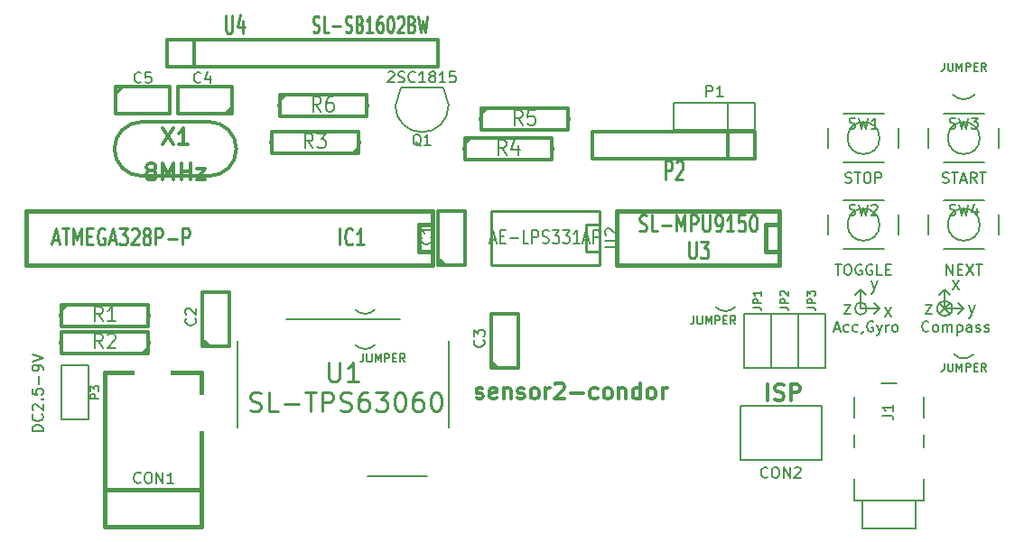
<source format=gto>
G04 (created by PCBNEW (2013-jul-07)-stable) date 2014年09月14日 21時47分41秒*
%MOIN*%
G04 Gerber Fmt 3.4, Leading zero omitted, Abs format*
%FSLAX34Y34*%
G01*
G70*
G90*
G04 APERTURE LIST*
%ADD10C,0.006*%
%ADD11C,0.00590551*%
%ADD12C,0.00787402*%
%ADD13C,0.011811*%
%ADD14C,0.012*%
%ADD15C,0.008*%
%ADD16C,0.0125*%
%ADD17C,0.01*%
%ADD18C,0.015*%
%ADD19C,0.0107*%
%ADD20C,0.01125*%
%ADD21C,0.06*%
%ADD22R,0.055X0.055*%
%ADD23C,0.055*%
%ADD24R,0.06X0.06*%
%ADD25C,0.056*%
%ADD26R,0.1378X0.1378*%
%ADD27C,0.0787402*%
%ADD28C,0.0393701*%
%ADD29C,0.244094*%
%ADD30C,0.0944882*%
%ADD31C,0.0511811*%
G04 APERTURE END LIST*
G54D10*
G54D11*
X34933Y7845D02*
X34915Y7827D01*
X34858Y7808D01*
X34821Y7808D01*
X34765Y7827D01*
X34727Y7864D01*
X34708Y7902D01*
X34690Y7977D01*
X34690Y8033D01*
X34708Y8108D01*
X34727Y8145D01*
X34765Y8183D01*
X34821Y8202D01*
X34858Y8202D01*
X34915Y8183D01*
X34933Y8164D01*
X35158Y7808D02*
X35121Y7827D01*
X35102Y7845D01*
X35083Y7883D01*
X35083Y7995D01*
X35102Y8033D01*
X35121Y8052D01*
X35158Y8070D01*
X35215Y8070D01*
X35252Y8052D01*
X35271Y8033D01*
X35290Y7995D01*
X35290Y7883D01*
X35271Y7845D01*
X35252Y7827D01*
X35215Y7808D01*
X35158Y7808D01*
X35458Y7808D02*
X35458Y8070D01*
X35458Y8033D02*
X35477Y8052D01*
X35515Y8070D01*
X35571Y8070D01*
X35608Y8052D01*
X35627Y8014D01*
X35627Y7808D01*
X35627Y8014D02*
X35646Y8052D01*
X35683Y8070D01*
X35740Y8070D01*
X35777Y8052D01*
X35796Y8014D01*
X35796Y7808D01*
X35983Y8070D02*
X35983Y7677D01*
X35983Y8052D02*
X36021Y8070D01*
X36096Y8070D01*
X36133Y8052D01*
X36152Y8033D01*
X36171Y7995D01*
X36171Y7883D01*
X36152Y7845D01*
X36133Y7827D01*
X36096Y7808D01*
X36021Y7808D01*
X35983Y7827D01*
X36508Y7808D02*
X36508Y8014D01*
X36489Y8052D01*
X36452Y8070D01*
X36377Y8070D01*
X36340Y8052D01*
X36508Y7827D02*
X36471Y7808D01*
X36377Y7808D01*
X36340Y7827D01*
X36321Y7864D01*
X36321Y7902D01*
X36340Y7939D01*
X36377Y7958D01*
X36471Y7958D01*
X36508Y7977D01*
X36677Y7827D02*
X36714Y7808D01*
X36789Y7808D01*
X36827Y7827D01*
X36846Y7864D01*
X36846Y7883D01*
X36827Y7920D01*
X36789Y7939D01*
X36733Y7939D01*
X36696Y7958D01*
X36677Y7995D01*
X36677Y8014D01*
X36696Y8052D01*
X36733Y8070D01*
X36789Y8070D01*
X36827Y8052D01*
X36996Y7827D02*
X37033Y7808D01*
X37108Y7808D01*
X37146Y7827D01*
X37164Y7864D01*
X37164Y7883D01*
X37146Y7920D01*
X37108Y7939D01*
X37052Y7939D01*
X37014Y7958D01*
X36996Y7995D01*
X36996Y8014D01*
X37014Y8052D01*
X37052Y8070D01*
X37108Y8070D01*
X37146Y8052D01*
X34803Y8791D02*
X35051Y8791D01*
X34803Y8476D01*
X35051Y8476D01*
X35803Y9376D02*
X36051Y9691D01*
X35803Y9691D02*
X36051Y9376D01*
X36415Y8791D02*
X36527Y8476D01*
X36640Y8791D02*
X36527Y8476D01*
X36482Y8364D01*
X36460Y8341D01*
X36415Y8319D01*
G54D12*
X35810Y8667D02*
G75*
G03X35810Y8667I-282J0D01*
G74*
G01*
X35727Y8467D02*
X35327Y8867D01*
X35727Y8867D02*
X35327Y8467D01*
X36227Y8667D02*
X36027Y8467D01*
X36227Y8667D02*
X36027Y8867D01*
X35527Y9367D02*
X35727Y9167D01*
X35527Y9367D02*
X35327Y9167D01*
X35527Y8667D02*
X35527Y9367D01*
X35527Y8667D02*
X36227Y8667D01*
G54D11*
X31455Y7920D02*
X31643Y7920D01*
X31418Y7808D02*
X31549Y8202D01*
X31680Y7808D01*
X31980Y7827D02*
X31943Y7808D01*
X31868Y7808D01*
X31830Y7827D01*
X31812Y7845D01*
X31793Y7883D01*
X31793Y7995D01*
X31812Y8033D01*
X31830Y8052D01*
X31868Y8070D01*
X31943Y8070D01*
X31980Y8052D01*
X32318Y7827D02*
X32280Y7808D01*
X32205Y7808D01*
X32168Y7827D01*
X32149Y7845D01*
X32130Y7883D01*
X32130Y7995D01*
X32149Y8033D01*
X32168Y8052D01*
X32205Y8070D01*
X32280Y8070D01*
X32318Y8052D01*
X32505Y7827D02*
X32505Y7808D01*
X32486Y7770D01*
X32468Y7752D01*
X32880Y8183D02*
X32843Y8202D01*
X32786Y8202D01*
X32730Y8183D01*
X32693Y8145D01*
X32674Y8108D01*
X32655Y8033D01*
X32655Y7977D01*
X32674Y7902D01*
X32693Y7864D01*
X32730Y7827D01*
X32786Y7808D01*
X32824Y7808D01*
X32880Y7827D01*
X32899Y7845D01*
X32899Y7977D01*
X32824Y7977D01*
X33030Y8070D02*
X33124Y7808D01*
X33218Y8070D02*
X33124Y7808D01*
X33086Y7714D01*
X33068Y7695D01*
X33030Y7677D01*
X33368Y7808D02*
X33368Y8070D01*
X33368Y7995D02*
X33386Y8033D01*
X33405Y8052D01*
X33443Y8070D01*
X33480Y8070D01*
X33668Y7808D02*
X33630Y7827D01*
X33611Y7845D01*
X33593Y7883D01*
X33593Y7995D01*
X33611Y8033D01*
X33630Y8052D01*
X33668Y8070D01*
X33724Y8070D01*
X33761Y8052D01*
X33780Y8033D01*
X33799Y7995D01*
X33799Y7883D01*
X33780Y7845D01*
X33761Y7827D01*
X33724Y7808D01*
X33668Y7808D01*
X31803Y8791D02*
X32051Y8791D01*
X31803Y8476D01*
X32051Y8476D01*
X32815Y9691D02*
X32927Y9376D01*
X33040Y9691D02*
X32927Y9376D01*
X32882Y9264D01*
X32860Y9241D01*
X32815Y9219D01*
X33303Y8376D02*
X33551Y8691D01*
X33303Y8691D02*
X33551Y8376D01*
G54D12*
X32651Y8667D02*
G75*
G03X32651Y8667I-223J0D01*
G74*
G01*
X33127Y8667D02*
X32927Y8467D01*
X33127Y8667D02*
X32927Y8867D01*
X32427Y8667D02*
X33127Y8667D01*
X32427Y9367D02*
X32627Y9167D01*
X32427Y9367D02*
X32227Y9167D01*
X32427Y8667D02*
X32427Y9367D01*
G54D10*
X35506Y17746D02*
X35506Y17532D01*
X35491Y17489D01*
X35463Y17460D01*
X35420Y17446D01*
X35391Y17446D01*
X35648Y17746D02*
X35648Y17503D01*
X35663Y17474D01*
X35677Y17460D01*
X35706Y17446D01*
X35763Y17446D01*
X35791Y17460D01*
X35806Y17474D01*
X35820Y17503D01*
X35820Y17746D01*
X35963Y17446D02*
X35963Y17746D01*
X36063Y17532D01*
X36163Y17746D01*
X36163Y17446D01*
X36306Y17446D02*
X36306Y17746D01*
X36420Y17746D01*
X36448Y17732D01*
X36463Y17717D01*
X36477Y17689D01*
X36477Y17646D01*
X36463Y17617D01*
X36448Y17603D01*
X36420Y17589D01*
X36306Y17589D01*
X36606Y17603D02*
X36706Y17603D01*
X36748Y17446D02*
X36606Y17446D01*
X36606Y17746D01*
X36748Y17746D01*
X37048Y17446D02*
X36948Y17589D01*
X36877Y17446D02*
X36877Y17746D01*
X36991Y17746D01*
X37020Y17732D01*
X37034Y17717D01*
X37048Y17689D01*
X37048Y17646D01*
X37034Y17617D01*
X37020Y17603D01*
X36991Y17589D01*
X36877Y17589D01*
G54D12*
X35827Y16567D02*
G75*
G03X36627Y16567I399J399D01*
G74*
G01*
X35877Y6967D02*
G75*
G03X36577Y6967I349J349D01*
G74*
G01*
G54D10*
X35506Y6646D02*
X35506Y6432D01*
X35491Y6389D01*
X35463Y6360D01*
X35420Y6346D01*
X35391Y6346D01*
X35648Y6646D02*
X35648Y6403D01*
X35663Y6374D01*
X35677Y6360D01*
X35706Y6346D01*
X35763Y6346D01*
X35791Y6360D01*
X35806Y6374D01*
X35820Y6403D01*
X35820Y6646D01*
X35963Y6346D02*
X35963Y6646D01*
X36063Y6432D01*
X36163Y6646D01*
X36163Y6346D01*
X36306Y6346D02*
X36306Y6646D01*
X36420Y6646D01*
X36448Y6632D01*
X36463Y6617D01*
X36477Y6589D01*
X36477Y6546D01*
X36463Y6517D01*
X36448Y6503D01*
X36420Y6489D01*
X36306Y6489D01*
X36606Y6503D02*
X36706Y6503D01*
X36748Y6346D02*
X36606Y6346D01*
X36606Y6646D01*
X36748Y6646D01*
X37048Y6346D02*
X36948Y6489D01*
X36877Y6346D02*
X36877Y6646D01*
X36991Y6646D01*
X37020Y6632D01*
X37034Y6617D01*
X37048Y6589D01*
X37048Y6546D01*
X37034Y6517D01*
X37020Y6503D01*
X36991Y6489D01*
X36877Y6489D01*
G54D13*
X29001Y5278D02*
X29001Y5869D01*
X29254Y5306D02*
X29338Y5278D01*
X29479Y5278D01*
X29535Y5306D01*
X29563Y5334D01*
X29591Y5391D01*
X29591Y5447D01*
X29563Y5503D01*
X29535Y5531D01*
X29479Y5559D01*
X29366Y5588D01*
X29310Y5616D01*
X29282Y5644D01*
X29254Y5700D01*
X29254Y5756D01*
X29282Y5812D01*
X29310Y5841D01*
X29366Y5869D01*
X29507Y5869D01*
X29591Y5841D01*
X29844Y5278D02*
X29844Y5869D01*
X30069Y5869D01*
X30125Y5841D01*
X30154Y5812D01*
X30182Y5756D01*
X30182Y5672D01*
X30154Y5616D01*
X30125Y5588D01*
X30069Y5559D01*
X29844Y5559D01*
G54D10*
X26256Y8396D02*
X26256Y8182D01*
X26241Y8139D01*
X26213Y8110D01*
X26170Y8096D01*
X26141Y8096D01*
X26398Y8396D02*
X26398Y8153D01*
X26413Y8124D01*
X26427Y8110D01*
X26456Y8096D01*
X26513Y8096D01*
X26541Y8110D01*
X26556Y8124D01*
X26570Y8153D01*
X26570Y8396D01*
X26713Y8096D02*
X26713Y8396D01*
X26813Y8182D01*
X26913Y8396D01*
X26913Y8096D01*
X27056Y8096D02*
X27056Y8396D01*
X27170Y8396D01*
X27198Y8382D01*
X27213Y8367D01*
X27227Y8339D01*
X27227Y8296D01*
X27213Y8267D01*
X27198Y8253D01*
X27170Y8239D01*
X27056Y8239D01*
X27356Y8253D02*
X27456Y8253D01*
X27498Y8096D02*
X27356Y8096D01*
X27356Y8396D01*
X27498Y8396D01*
X27798Y8096D02*
X27698Y8239D01*
X27627Y8096D02*
X27627Y8396D01*
X27741Y8396D01*
X27770Y8382D01*
X27784Y8367D01*
X27798Y8339D01*
X27798Y8296D01*
X27784Y8267D01*
X27770Y8253D01*
X27741Y8239D01*
X27627Y8239D01*
G54D12*
X27077Y8717D02*
G75*
G03X27777Y8717I349J349D01*
G74*
G01*
X13777Y8617D02*
G75*
G03X14477Y8617I349J349D01*
G74*
G01*
G54D10*
X14056Y6996D02*
X14056Y6782D01*
X14041Y6739D01*
X14013Y6710D01*
X13970Y6696D01*
X13941Y6696D01*
X14198Y6996D02*
X14198Y6753D01*
X14213Y6724D01*
X14227Y6710D01*
X14256Y6696D01*
X14313Y6696D01*
X14341Y6710D01*
X14356Y6724D01*
X14370Y6753D01*
X14370Y6996D01*
X14513Y6696D02*
X14513Y6996D01*
X14613Y6782D01*
X14713Y6996D01*
X14713Y6696D01*
X14856Y6696D02*
X14856Y6996D01*
X14970Y6996D01*
X14998Y6982D01*
X15013Y6967D01*
X15027Y6939D01*
X15027Y6896D01*
X15013Y6867D01*
X14998Y6853D01*
X14970Y6839D01*
X14856Y6839D01*
X15156Y6853D02*
X15256Y6853D01*
X15298Y6696D02*
X15156Y6696D01*
X15156Y6996D01*
X15298Y6996D01*
X15598Y6696D02*
X15498Y6839D01*
X15427Y6696D02*
X15427Y6996D01*
X15541Y6996D01*
X15570Y6982D01*
X15584Y6967D01*
X15598Y6939D01*
X15598Y6896D01*
X15584Y6867D01*
X15570Y6853D01*
X15541Y6839D01*
X15427Y6839D01*
G54D12*
X13777Y7317D02*
G75*
G03X14477Y7317I349J349D01*
G74*
G01*
G54D13*
X18240Y5356D02*
X18296Y5328D01*
X18409Y5328D01*
X18465Y5356D01*
X18493Y5413D01*
X18493Y5441D01*
X18465Y5497D01*
X18409Y5525D01*
X18324Y5525D01*
X18268Y5553D01*
X18240Y5609D01*
X18240Y5638D01*
X18268Y5694D01*
X18324Y5722D01*
X18409Y5722D01*
X18465Y5694D01*
X18971Y5356D02*
X18915Y5328D01*
X18802Y5328D01*
X18746Y5356D01*
X18718Y5413D01*
X18718Y5638D01*
X18746Y5694D01*
X18802Y5722D01*
X18915Y5722D01*
X18971Y5694D01*
X18999Y5638D01*
X18999Y5581D01*
X18718Y5525D01*
X19252Y5722D02*
X19252Y5328D01*
X19252Y5666D02*
X19280Y5694D01*
X19337Y5722D01*
X19421Y5722D01*
X19477Y5694D01*
X19505Y5638D01*
X19505Y5328D01*
X19759Y5356D02*
X19815Y5328D01*
X19927Y5328D01*
X19984Y5356D01*
X20012Y5413D01*
X20012Y5441D01*
X19984Y5497D01*
X19927Y5525D01*
X19843Y5525D01*
X19787Y5553D01*
X19759Y5609D01*
X19759Y5638D01*
X19787Y5694D01*
X19843Y5722D01*
X19927Y5722D01*
X19984Y5694D01*
X20349Y5328D02*
X20293Y5356D01*
X20265Y5384D01*
X20237Y5441D01*
X20237Y5609D01*
X20265Y5666D01*
X20293Y5694D01*
X20349Y5722D01*
X20433Y5722D01*
X20490Y5694D01*
X20518Y5666D01*
X20546Y5609D01*
X20546Y5441D01*
X20518Y5384D01*
X20490Y5356D01*
X20433Y5328D01*
X20349Y5328D01*
X20799Y5328D02*
X20799Y5722D01*
X20799Y5609D02*
X20827Y5666D01*
X20855Y5694D01*
X20912Y5722D01*
X20968Y5722D01*
X21137Y5862D02*
X21165Y5891D01*
X21221Y5919D01*
X21361Y5919D01*
X21418Y5891D01*
X21446Y5862D01*
X21474Y5806D01*
X21474Y5750D01*
X21446Y5666D01*
X21108Y5328D01*
X21474Y5328D01*
X21727Y5553D02*
X22177Y5553D01*
X22711Y5356D02*
X22655Y5328D01*
X22543Y5328D01*
X22486Y5356D01*
X22458Y5384D01*
X22430Y5441D01*
X22430Y5609D01*
X22458Y5666D01*
X22486Y5694D01*
X22543Y5722D01*
X22655Y5722D01*
X22711Y5694D01*
X23049Y5328D02*
X22993Y5356D01*
X22964Y5384D01*
X22936Y5441D01*
X22936Y5609D01*
X22964Y5666D01*
X22993Y5694D01*
X23049Y5722D01*
X23133Y5722D01*
X23189Y5694D01*
X23217Y5666D01*
X23246Y5609D01*
X23246Y5441D01*
X23217Y5384D01*
X23189Y5356D01*
X23133Y5328D01*
X23049Y5328D01*
X23499Y5722D02*
X23499Y5328D01*
X23499Y5666D02*
X23527Y5694D01*
X23583Y5722D01*
X23667Y5722D01*
X23724Y5694D01*
X23752Y5638D01*
X23752Y5328D01*
X24286Y5328D02*
X24286Y5919D01*
X24286Y5356D02*
X24230Y5328D01*
X24117Y5328D01*
X24061Y5356D01*
X24033Y5384D01*
X24005Y5441D01*
X24005Y5609D01*
X24033Y5666D01*
X24061Y5694D01*
X24117Y5722D01*
X24230Y5722D01*
X24286Y5694D01*
X24652Y5328D02*
X24595Y5356D01*
X24567Y5384D01*
X24539Y5441D01*
X24539Y5609D01*
X24567Y5666D01*
X24595Y5694D01*
X24652Y5722D01*
X24736Y5722D01*
X24792Y5694D01*
X24820Y5666D01*
X24849Y5609D01*
X24849Y5441D01*
X24820Y5384D01*
X24792Y5356D01*
X24736Y5328D01*
X24652Y5328D01*
X25102Y5328D02*
X25102Y5722D01*
X25102Y5609D02*
X25130Y5666D01*
X25158Y5694D01*
X25214Y5722D01*
X25270Y5722D01*
G54D11*
X11227Y8267D02*
X15427Y8267D01*
X17227Y4267D02*
X17227Y7467D01*
X14227Y2467D02*
X16427Y2467D01*
X9427Y7467D02*
X9427Y4267D01*
G54D14*
X28527Y15217D02*
X28527Y14217D01*
X28527Y14217D02*
X22527Y14217D01*
X22527Y14217D02*
X22527Y15217D01*
X22527Y15217D02*
X28527Y15217D01*
X27527Y15217D02*
X27527Y14217D01*
X6811Y17610D02*
X6811Y18610D01*
X6811Y18610D02*
X16811Y18610D01*
X16811Y18610D02*
X16811Y17610D01*
X16811Y17610D02*
X6811Y17610D01*
X7811Y17610D02*
X7811Y18610D01*
X2527Y8417D02*
X2927Y8417D01*
X2927Y8417D02*
X2927Y8817D01*
X2927Y8817D02*
X6127Y8817D01*
X6127Y8817D02*
X6127Y8017D01*
X6127Y8017D02*
X2927Y8017D01*
X2927Y8017D02*
X2927Y8417D01*
X2927Y8617D02*
X3127Y8817D01*
X6527Y8417D02*
X6127Y8417D01*
X6527Y7417D02*
X6127Y7417D01*
X6127Y7417D02*
X6127Y7017D01*
X6127Y7017D02*
X2927Y7017D01*
X2927Y7017D02*
X2927Y7817D01*
X2927Y7817D02*
X6127Y7817D01*
X6127Y7817D02*
X6127Y7417D01*
X6127Y7217D02*
X5927Y7017D01*
X2527Y7417D02*
X2927Y7417D01*
X14277Y14817D02*
X13877Y14817D01*
X13877Y14817D02*
X13877Y14417D01*
X13877Y14417D02*
X10677Y14417D01*
X10677Y14417D02*
X10677Y15217D01*
X10677Y15217D02*
X13877Y15217D01*
X13877Y15217D02*
X13877Y14817D01*
X13877Y14617D02*
X13677Y14417D01*
X10277Y14817D02*
X10677Y14817D01*
X10577Y16167D02*
X10977Y16167D01*
X10977Y16167D02*
X10977Y16567D01*
X10977Y16567D02*
X14177Y16567D01*
X14177Y16567D02*
X14177Y15767D01*
X14177Y15767D02*
X10977Y15767D01*
X10977Y15767D02*
X10977Y16167D01*
X10977Y16367D02*
X11177Y16567D01*
X14577Y16167D02*
X14177Y16167D01*
X17427Y14567D02*
X17827Y14567D01*
X17827Y14567D02*
X17827Y14967D01*
X17827Y14967D02*
X21027Y14967D01*
X21027Y14967D02*
X21027Y14167D01*
X21027Y14167D02*
X17827Y14167D01*
X17827Y14167D02*
X17827Y14567D01*
X17827Y14767D02*
X18027Y14967D01*
X21427Y14567D02*
X21027Y14567D01*
X18027Y15667D02*
X18427Y15667D01*
X18427Y15667D02*
X18427Y16067D01*
X18427Y16067D02*
X21627Y16067D01*
X21627Y16067D02*
X21627Y15267D01*
X21627Y15267D02*
X18427Y15267D01*
X18427Y15267D02*
X18427Y15667D01*
X18427Y15867D02*
X18627Y16067D01*
X22027Y15667D02*
X21627Y15667D01*
G54D15*
X27977Y5067D02*
X30977Y5067D01*
X30977Y3067D02*
X27977Y3067D01*
X27977Y3067D02*
X27977Y5067D01*
X30977Y5067D02*
X30977Y3067D01*
G54D10*
X28527Y16267D02*
X28527Y15267D01*
X28527Y15267D02*
X25527Y15267D01*
X25527Y15267D02*
X25527Y16267D01*
X25527Y16267D02*
X28527Y16267D01*
X27527Y15267D02*
X27527Y16267D01*
X2927Y6567D02*
X3927Y6567D01*
X3927Y6567D02*
X3927Y4567D01*
X3927Y4567D02*
X2927Y4567D01*
X2927Y4567D02*
X2927Y6567D01*
X31127Y6467D02*
X30127Y6467D01*
X30127Y6467D02*
X30127Y8467D01*
X30127Y8467D02*
X31127Y8467D01*
X31127Y8467D02*
X31127Y6467D01*
X30127Y6467D02*
X29127Y6467D01*
X29127Y6467D02*
X29127Y8467D01*
X29127Y8467D02*
X30127Y8467D01*
X30127Y8467D02*
X30127Y6467D01*
X29127Y6467D02*
X28127Y6467D01*
X28127Y6467D02*
X28127Y8467D01*
X28127Y8467D02*
X29127Y8467D01*
X29127Y8467D02*
X29127Y6467D01*
G54D16*
X5877Y13567D02*
X8377Y13567D01*
X5877Y15567D02*
X8377Y15567D01*
X9377Y14567D02*
G75*
G03X8377Y15567I-1000J0D01*
G74*
G01*
X8377Y13567D02*
G75*
G03X9377Y14567I0J1000D01*
G74*
G01*
X5877Y15567D02*
G75*
G03X4877Y14567I0J-1000D01*
G74*
G01*
X4877Y14567D02*
G75*
G03X5877Y13567I1000J0D01*
G74*
G01*
G54D17*
X22777Y10767D02*
X22277Y10767D01*
X22277Y10767D02*
X22277Y11767D01*
X22277Y11767D02*
X22777Y11767D01*
X22777Y10267D02*
X18777Y10267D01*
X18777Y10267D02*
X18777Y12267D01*
X18777Y12267D02*
X22777Y12267D01*
X22777Y12267D02*
X22777Y10267D01*
G54D18*
X16627Y10267D02*
X1627Y10267D01*
X1627Y10267D02*
X1627Y12267D01*
X1627Y12267D02*
X16627Y12267D01*
X16627Y12267D02*
X16627Y10267D01*
X16627Y10767D02*
X16127Y10767D01*
X16127Y10767D02*
X16127Y11767D01*
X16127Y11767D02*
X16627Y11767D01*
X29427Y12267D02*
X23427Y12267D01*
X23427Y12267D02*
X23427Y10267D01*
X23427Y10267D02*
X29427Y10267D01*
X29427Y10767D02*
X28927Y10767D01*
X28927Y10767D02*
X28927Y11767D01*
X28927Y11767D02*
X29427Y11767D01*
X29427Y10267D02*
X29427Y12267D01*
G54D14*
X9207Y15867D02*
X7227Y15867D01*
X7227Y15867D02*
X7227Y16867D01*
X7227Y16867D02*
X9227Y16867D01*
X9227Y16867D02*
X9227Y15867D01*
X9227Y16117D02*
X8977Y15867D01*
X4947Y16867D02*
X6927Y16867D01*
X6927Y16867D02*
X6927Y15867D01*
X6927Y15867D02*
X4927Y15867D01*
X4927Y15867D02*
X4927Y16867D01*
X4927Y16617D02*
X5177Y16867D01*
X8127Y7287D02*
X8127Y9267D01*
X8127Y9267D02*
X9127Y9267D01*
X9127Y9267D02*
X9127Y7267D01*
X9127Y7267D02*
X8127Y7267D01*
X8377Y7267D02*
X8127Y7517D01*
X18777Y6487D02*
X18777Y8467D01*
X18777Y8467D02*
X19777Y8467D01*
X19777Y8467D02*
X19777Y6467D01*
X19777Y6467D02*
X18777Y6467D01*
X19027Y6467D02*
X18777Y6717D01*
X16827Y10287D02*
X16827Y12267D01*
X16827Y12267D02*
X17827Y12267D01*
X17827Y12267D02*
X17827Y10267D01*
X17827Y10267D02*
X16827Y10267D01*
X17077Y10267D02*
X16827Y10517D01*
G54D18*
X4527Y1968D02*
X8071Y1968D01*
X4527Y590D02*
X8071Y590D01*
X8071Y590D02*
X8071Y6299D01*
X8071Y6299D02*
X4527Y6299D01*
X4527Y6299D02*
X4527Y590D01*
G54D11*
X33118Y11767D02*
G75*
G03X33118Y11767I-590J0D01*
G74*
G01*
X31779Y10862D02*
X33275Y10862D01*
X31779Y12673D02*
X33275Y12673D01*
X31228Y12122D02*
X31228Y11413D01*
X33826Y11413D02*
X33826Y12122D01*
X36818Y11767D02*
G75*
G03X36818Y11767I-590J0D01*
G74*
G01*
X35479Y10862D02*
X36975Y10862D01*
X35479Y12673D02*
X36975Y12673D01*
X34928Y12122D02*
X34928Y11413D01*
X37526Y11413D02*
X37526Y12122D01*
X36818Y14967D02*
G75*
G03X36818Y14967I-590J0D01*
G74*
G01*
X35479Y14062D02*
X36975Y14062D01*
X35479Y15873D02*
X36975Y15873D01*
X34928Y15322D02*
X34928Y14613D01*
X37526Y14613D02*
X37526Y15322D01*
X33118Y14967D02*
G75*
G03X33118Y14967I-590J0D01*
G74*
G01*
X31779Y14062D02*
X33275Y14062D01*
X31779Y15873D02*
X33275Y15873D01*
X31228Y15322D02*
X31228Y14613D01*
X33826Y14613D02*
X33826Y15322D01*
X15243Y16167D02*
X15440Y16837D01*
X15440Y16837D02*
X17014Y16837D01*
X17014Y16837D02*
X17211Y16167D01*
X15243Y16167D02*
G75*
G03X16227Y15183I984J0D01*
G74*
G01*
X16227Y15183D02*
G75*
G03X17211Y16167I0J984D01*
G74*
G01*
X32480Y1574D02*
X32185Y1574D01*
X32185Y1574D02*
X32185Y2362D01*
X34448Y1574D02*
X34744Y1574D01*
X34744Y1574D02*
X34744Y2362D01*
X34448Y1574D02*
X34448Y551D01*
X34448Y551D02*
X32480Y551D01*
X32480Y551D02*
X32480Y1574D01*
X34448Y1574D02*
X32480Y1574D01*
X32185Y4625D02*
X32185Y5413D01*
X34744Y4625D02*
X34744Y5413D01*
X34744Y3543D02*
X34744Y4015D01*
X32185Y3543D02*
X32185Y3996D01*
X33740Y5905D02*
X33188Y5905D01*
G54D17*
X12794Y6684D02*
X12794Y6117D01*
X12827Y6051D01*
X12860Y6017D01*
X12927Y5984D01*
X13060Y5984D01*
X13127Y6017D01*
X13160Y6051D01*
X13194Y6117D01*
X13194Y6684D01*
X13894Y5984D02*
X13494Y5984D01*
X13694Y5984D02*
X13694Y6684D01*
X13627Y6584D01*
X13560Y6517D01*
X13494Y6484D01*
X9894Y4917D02*
X9994Y4884D01*
X10160Y4884D01*
X10227Y4917D01*
X10260Y4951D01*
X10294Y5017D01*
X10294Y5084D01*
X10260Y5151D01*
X10227Y5184D01*
X10160Y5217D01*
X10027Y5251D01*
X9960Y5284D01*
X9927Y5317D01*
X9894Y5384D01*
X9894Y5451D01*
X9927Y5517D01*
X9960Y5551D01*
X10027Y5584D01*
X10194Y5584D01*
X10294Y5551D01*
X10927Y4884D02*
X10594Y4884D01*
X10594Y5584D01*
X11160Y5151D02*
X11694Y5151D01*
X11927Y5584D02*
X12327Y5584D01*
X12127Y4884D02*
X12127Y5584D01*
X12560Y4884D02*
X12560Y5584D01*
X12827Y5584D01*
X12894Y5551D01*
X12927Y5517D01*
X12960Y5451D01*
X12960Y5351D01*
X12927Y5284D01*
X12894Y5251D01*
X12827Y5217D01*
X12560Y5217D01*
X13227Y4917D02*
X13327Y4884D01*
X13494Y4884D01*
X13560Y4917D01*
X13594Y4951D01*
X13627Y5017D01*
X13627Y5084D01*
X13594Y5151D01*
X13560Y5184D01*
X13494Y5217D01*
X13360Y5251D01*
X13294Y5284D01*
X13260Y5317D01*
X13227Y5384D01*
X13227Y5451D01*
X13260Y5517D01*
X13294Y5551D01*
X13360Y5584D01*
X13527Y5584D01*
X13627Y5551D01*
X14227Y5584D02*
X14094Y5584D01*
X14027Y5551D01*
X13994Y5517D01*
X13927Y5417D01*
X13894Y5284D01*
X13894Y5017D01*
X13927Y4951D01*
X13960Y4917D01*
X14027Y4884D01*
X14160Y4884D01*
X14227Y4917D01*
X14260Y4951D01*
X14294Y5017D01*
X14294Y5184D01*
X14260Y5251D01*
X14227Y5284D01*
X14160Y5317D01*
X14027Y5317D01*
X13960Y5284D01*
X13927Y5251D01*
X13894Y5184D01*
X14527Y5584D02*
X14960Y5584D01*
X14727Y5317D01*
X14827Y5317D01*
X14894Y5284D01*
X14927Y5251D01*
X14960Y5184D01*
X14960Y5017D01*
X14927Y4951D01*
X14894Y4917D01*
X14827Y4884D01*
X14627Y4884D01*
X14560Y4917D01*
X14527Y4951D01*
X15394Y5584D02*
X15460Y5584D01*
X15527Y5551D01*
X15560Y5517D01*
X15594Y5451D01*
X15627Y5317D01*
X15627Y5151D01*
X15594Y5017D01*
X15560Y4951D01*
X15527Y4917D01*
X15460Y4884D01*
X15394Y4884D01*
X15327Y4917D01*
X15294Y4951D01*
X15260Y5017D01*
X15227Y5151D01*
X15227Y5317D01*
X15260Y5451D01*
X15294Y5517D01*
X15327Y5551D01*
X15394Y5584D01*
X16227Y5584D02*
X16094Y5584D01*
X16027Y5551D01*
X15994Y5517D01*
X15927Y5417D01*
X15894Y5284D01*
X15894Y5017D01*
X15927Y4951D01*
X15960Y4917D01*
X16027Y4884D01*
X16160Y4884D01*
X16227Y4917D01*
X16260Y4951D01*
X16294Y5017D01*
X16294Y5184D01*
X16260Y5251D01*
X16227Y5284D01*
X16160Y5317D01*
X16027Y5317D01*
X15960Y5284D01*
X15927Y5251D01*
X15894Y5184D01*
X16727Y5584D02*
X16794Y5584D01*
X16860Y5551D01*
X16894Y5517D01*
X16927Y5451D01*
X16960Y5317D01*
X16960Y5151D01*
X16927Y5017D01*
X16894Y4951D01*
X16860Y4917D01*
X16794Y4884D01*
X16727Y4884D01*
X16660Y4917D01*
X16627Y4951D01*
X16594Y5017D01*
X16560Y5151D01*
X16560Y5317D01*
X16594Y5451D01*
X16627Y5517D01*
X16660Y5551D01*
X16727Y5584D01*
G54D19*
X25211Y13442D02*
X25211Y14123D01*
X25374Y14123D01*
X25415Y14090D01*
X25435Y14058D01*
X25456Y13993D01*
X25456Y13896D01*
X25435Y13831D01*
X25415Y13798D01*
X25374Y13766D01*
X25211Y13766D01*
X25619Y14058D02*
X25639Y14090D01*
X25680Y14123D01*
X25782Y14123D01*
X25823Y14090D01*
X25843Y14058D01*
X25863Y13993D01*
X25863Y13928D01*
X25843Y13831D01*
X25598Y13442D01*
X25863Y13442D01*
G54D14*
G54D19*
X8984Y19515D02*
X8984Y18964D01*
X9005Y18899D01*
X9025Y18867D01*
X9066Y18834D01*
X9147Y18834D01*
X9188Y18867D01*
X9209Y18899D01*
X9229Y18964D01*
X9229Y19515D01*
X9616Y19288D02*
X9616Y18834D01*
X9514Y19548D02*
X9412Y19061D01*
X9677Y19061D01*
G54D14*
G54D17*
X12206Y18895D02*
X12263Y18867D01*
X12358Y18867D01*
X12396Y18895D01*
X12415Y18924D01*
X12434Y18981D01*
X12434Y19038D01*
X12415Y19095D01*
X12396Y19124D01*
X12358Y19153D01*
X12282Y19181D01*
X12244Y19210D01*
X12225Y19238D01*
X12206Y19295D01*
X12206Y19353D01*
X12225Y19410D01*
X12244Y19438D01*
X12282Y19467D01*
X12377Y19467D01*
X12434Y19438D01*
X12796Y18867D02*
X12606Y18867D01*
X12606Y19467D01*
X12930Y19095D02*
X13234Y19095D01*
X13406Y18895D02*
X13463Y18867D01*
X13558Y18867D01*
X13596Y18895D01*
X13615Y18924D01*
X13634Y18981D01*
X13634Y19038D01*
X13615Y19095D01*
X13596Y19124D01*
X13558Y19153D01*
X13482Y19181D01*
X13444Y19210D01*
X13425Y19238D01*
X13406Y19295D01*
X13406Y19353D01*
X13425Y19410D01*
X13444Y19438D01*
X13482Y19467D01*
X13577Y19467D01*
X13634Y19438D01*
X13939Y19181D02*
X13996Y19153D01*
X14015Y19124D01*
X14034Y19067D01*
X14034Y18981D01*
X14015Y18924D01*
X13996Y18895D01*
X13958Y18867D01*
X13806Y18867D01*
X13806Y19467D01*
X13939Y19467D01*
X13977Y19438D01*
X13996Y19410D01*
X14015Y19353D01*
X14015Y19295D01*
X13996Y19238D01*
X13977Y19210D01*
X13939Y19181D01*
X13806Y19181D01*
X14415Y18867D02*
X14187Y18867D01*
X14301Y18867D02*
X14301Y19467D01*
X14263Y19381D01*
X14225Y19324D01*
X14187Y19295D01*
X14758Y19467D02*
X14682Y19467D01*
X14644Y19438D01*
X14625Y19410D01*
X14587Y19324D01*
X14568Y19210D01*
X14568Y18981D01*
X14587Y18924D01*
X14606Y18895D01*
X14644Y18867D01*
X14720Y18867D01*
X14758Y18895D01*
X14777Y18924D01*
X14796Y18981D01*
X14796Y19124D01*
X14777Y19181D01*
X14758Y19210D01*
X14720Y19238D01*
X14644Y19238D01*
X14606Y19210D01*
X14587Y19181D01*
X14568Y19124D01*
X15044Y19467D02*
X15082Y19467D01*
X15120Y19438D01*
X15139Y19410D01*
X15158Y19353D01*
X15177Y19238D01*
X15177Y19095D01*
X15158Y18981D01*
X15139Y18924D01*
X15120Y18895D01*
X15082Y18867D01*
X15044Y18867D01*
X15006Y18895D01*
X14987Y18924D01*
X14968Y18981D01*
X14949Y19095D01*
X14949Y19238D01*
X14968Y19353D01*
X14987Y19410D01*
X15006Y19438D01*
X15044Y19467D01*
X15330Y19410D02*
X15349Y19438D01*
X15387Y19467D01*
X15482Y19467D01*
X15520Y19438D01*
X15539Y19410D01*
X15558Y19353D01*
X15558Y19295D01*
X15539Y19210D01*
X15311Y18867D01*
X15558Y18867D01*
X15863Y19181D02*
X15920Y19153D01*
X15939Y19124D01*
X15958Y19067D01*
X15958Y18981D01*
X15939Y18924D01*
X15920Y18895D01*
X15882Y18867D01*
X15730Y18867D01*
X15730Y19467D01*
X15863Y19467D01*
X15901Y19438D01*
X15920Y19410D01*
X15939Y19353D01*
X15939Y19295D01*
X15920Y19238D01*
X15901Y19210D01*
X15863Y19181D01*
X15730Y19181D01*
X16091Y19467D02*
X16187Y18867D01*
X16263Y19295D01*
X16339Y18867D01*
X16434Y19467D01*
G54D14*
G54D15*
X4444Y8195D02*
X4277Y8457D01*
X4158Y8195D02*
X4158Y8745D01*
X4348Y8745D01*
X4396Y8718D01*
X4420Y8692D01*
X4444Y8640D01*
X4444Y8561D01*
X4420Y8509D01*
X4396Y8483D01*
X4348Y8457D01*
X4158Y8457D01*
X4920Y8195D02*
X4634Y8195D01*
X4777Y8195D02*
X4777Y8745D01*
X4729Y8666D01*
X4682Y8614D01*
X4634Y8587D01*
X4444Y7195D02*
X4277Y7457D01*
X4158Y7195D02*
X4158Y7745D01*
X4348Y7745D01*
X4396Y7718D01*
X4420Y7692D01*
X4444Y7640D01*
X4444Y7561D01*
X4420Y7509D01*
X4396Y7483D01*
X4348Y7457D01*
X4158Y7457D01*
X4634Y7692D02*
X4658Y7718D01*
X4706Y7745D01*
X4825Y7745D01*
X4872Y7718D01*
X4896Y7692D01*
X4920Y7640D01*
X4920Y7587D01*
X4896Y7509D01*
X4610Y7195D01*
X4920Y7195D01*
X12194Y14595D02*
X12027Y14857D01*
X11908Y14595D02*
X11908Y15145D01*
X12098Y15145D01*
X12146Y15118D01*
X12170Y15092D01*
X12194Y15040D01*
X12194Y14961D01*
X12170Y14909D01*
X12146Y14883D01*
X12098Y14857D01*
X11908Y14857D01*
X12360Y15145D02*
X12670Y15145D01*
X12503Y14935D01*
X12575Y14935D01*
X12622Y14909D01*
X12646Y14883D01*
X12670Y14830D01*
X12670Y14699D01*
X12646Y14647D01*
X12622Y14621D01*
X12575Y14595D01*
X12432Y14595D01*
X12384Y14621D01*
X12360Y14647D01*
X12494Y15945D02*
X12327Y16207D01*
X12208Y15945D02*
X12208Y16495D01*
X12398Y16495D01*
X12446Y16468D01*
X12470Y16442D01*
X12494Y16390D01*
X12494Y16311D01*
X12470Y16259D01*
X12446Y16233D01*
X12398Y16207D01*
X12208Y16207D01*
X12922Y16495D02*
X12827Y16495D01*
X12779Y16468D01*
X12756Y16442D01*
X12708Y16364D01*
X12684Y16259D01*
X12684Y16049D01*
X12708Y15997D01*
X12732Y15971D01*
X12779Y15945D01*
X12875Y15945D01*
X12922Y15971D01*
X12946Y15997D01*
X12970Y16049D01*
X12970Y16180D01*
X12946Y16233D01*
X12922Y16259D01*
X12875Y16285D01*
X12779Y16285D01*
X12732Y16259D01*
X12708Y16233D01*
X12684Y16180D01*
X19344Y14345D02*
X19177Y14607D01*
X19058Y14345D02*
X19058Y14895D01*
X19248Y14895D01*
X19296Y14868D01*
X19320Y14842D01*
X19344Y14790D01*
X19344Y14711D01*
X19320Y14659D01*
X19296Y14633D01*
X19248Y14607D01*
X19058Y14607D01*
X19772Y14711D02*
X19772Y14345D01*
X19653Y14921D02*
X19534Y14528D01*
X19844Y14528D01*
X19944Y15445D02*
X19777Y15707D01*
X19658Y15445D02*
X19658Y15995D01*
X19848Y15995D01*
X19896Y15968D01*
X19920Y15942D01*
X19944Y15890D01*
X19944Y15811D01*
X19920Y15759D01*
X19896Y15733D01*
X19848Y15707D01*
X19658Y15707D01*
X20396Y15995D02*
X20158Y15995D01*
X20134Y15733D01*
X20158Y15759D01*
X20206Y15785D01*
X20325Y15785D01*
X20372Y15759D01*
X20396Y15733D01*
X20420Y15680D01*
X20420Y15549D01*
X20396Y15497D01*
X20372Y15471D01*
X20325Y15445D01*
X20206Y15445D01*
X20158Y15471D01*
X20134Y15497D01*
X28991Y2443D02*
X28972Y2424D01*
X28915Y2405D01*
X28877Y2405D01*
X28820Y2424D01*
X28782Y2462D01*
X28763Y2501D01*
X28744Y2577D01*
X28744Y2634D01*
X28763Y2710D01*
X28782Y2748D01*
X28820Y2786D01*
X28877Y2805D01*
X28915Y2805D01*
X28972Y2786D01*
X28991Y2767D01*
X29239Y2805D02*
X29315Y2805D01*
X29353Y2786D01*
X29391Y2748D01*
X29410Y2672D01*
X29410Y2539D01*
X29391Y2462D01*
X29353Y2424D01*
X29315Y2405D01*
X29239Y2405D01*
X29201Y2424D01*
X29163Y2462D01*
X29144Y2539D01*
X29144Y2672D01*
X29163Y2748D01*
X29201Y2786D01*
X29239Y2805D01*
X29582Y2405D02*
X29582Y2805D01*
X29810Y2405D01*
X29810Y2805D01*
X29982Y2767D02*
X30001Y2786D01*
X30039Y2805D01*
X30134Y2805D01*
X30172Y2786D01*
X30191Y2767D01*
X30210Y2729D01*
X30210Y2691D01*
X30191Y2634D01*
X29963Y2405D01*
X30210Y2405D01*
G54D10*
X26732Y16505D02*
X26732Y16905D01*
X26884Y16905D01*
X26922Y16886D01*
X26941Y16867D01*
X26960Y16829D01*
X26960Y16772D01*
X26941Y16734D01*
X26922Y16715D01*
X26884Y16696D01*
X26732Y16696D01*
X27341Y16505D02*
X27113Y16505D01*
X27227Y16505D02*
X27227Y16905D01*
X27189Y16848D01*
X27151Y16810D01*
X27113Y16791D01*
X4298Y5346D02*
X3998Y5346D01*
X3998Y5460D01*
X4013Y5489D01*
X4027Y5503D01*
X4056Y5517D01*
X4098Y5517D01*
X4127Y5503D01*
X4141Y5489D01*
X4156Y5460D01*
X4156Y5346D01*
X3998Y5617D02*
X3998Y5803D01*
X4113Y5703D01*
X4113Y5746D01*
X4127Y5774D01*
X4141Y5789D01*
X4170Y5803D01*
X4241Y5803D01*
X4270Y5789D01*
X4284Y5774D01*
X4298Y5746D01*
X4298Y5660D01*
X4284Y5632D01*
X4270Y5617D01*
X30448Y8717D02*
X30663Y8717D01*
X30706Y8703D01*
X30734Y8674D01*
X30748Y8632D01*
X30748Y8603D01*
X30748Y8860D02*
X30448Y8860D01*
X30448Y8974D01*
X30463Y9003D01*
X30477Y9017D01*
X30506Y9032D01*
X30548Y9032D01*
X30577Y9017D01*
X30591Y9003D01*
X30606Y8974D01*
X30606Y8860D01*
X30448Y9132D02*
X30448Y9317D01*
X30563Y9217D01*
X30563Y9260D01*
X30577Y9289D01*
X30591Y9303D01*
X30620Y9317D01*
X30691Y9317D01*
X30720Y9303D01*
X30734Y9289D01*
X30748Y9260D01*
X30748Y9174D01*
X30734Y9146D01*
X30720Y9132D01*
X29448Y8717D02*
X29663Y8717D01*
X29706Y8703D01*
X29734Y8674D01*
X29748Y8632D01*
X29748Y8603D01*
X29748Y8860D02*
X29448Y8860D01*
X29448Y8974D01*
X29463Y9003D01*
X29477Y9017D01*
X29506Y9032D01*
X29548Y9032D01*
X29577Y9017D01*
X29591Y9003D01*
X29606Y8974D01*
X29606Y8860D01*
X29477Y9146D02*
X29463Y9160D01*
X29448Y9189D01*
X29448Y9260D01*
X29463Y9289D01*
X29477Y9303D01*
X29506Y9317D01*
X29534Y9317D01*
X29577Y9303D01*
X29748Y9132D01*
X29748Y9317D01*
X28448Y8717D02*
X28663Y8717D01*
X28706Y8703D01*
X28734Y8674D01*
X28748Y8632D01*
X28748Y8603D01*
X28748Y8860D02*
X28448Y8860D01*
X28448Y8974D01*
X28463Y9003D01*
X28477Y9017D01*
X28506Y9032D01*
X28548Y9032D01*
X28577Y9017D01*
X28591Y9003D01*
X28606Y8974D01*
X28606Y8860D01*
X28748Y9317D02*
X28748Y9146D01*
X28748Y9232D02*
X28448Y9232D01*
X28491Y9203D01*
X28520Y9174D01*
X28534Y9146D01*
G54D14*
X6641Y15324D02*
X7041Y14724D01*
X7041Y15324D02*
X6641Y14724D01*
X7584Y14724D02*
X7241Y14724D01*
X7413Y14724D02*
X7413Y15324D01*
X7356Y15239D01*
X7298Y15182D01*
X7241Y15153D01*
X6170Y13767D02*
X6113Y13796D01*
X6084Y13824D01*
X6056Y13882D01*
X6056Y13910D01*
X6084Y13967D01*
X6113Y13996D01*
X6170Y14024D01*
X6284Y14024D01*
X6341Y13996D01*
X6370Y13967D01*
X6398Y13910D01*
X6398Y13882D01*
X6370Y13824D01*
X6341Y13796D01*
X6284Y13767D01*
X6170Y13767D01*
X6113Y13739D01*
X6084Y13710D01*
X6056Y13653D01*
X6056Y13539D01*
X6084Y13482D01*
X6113Y13453D01*
X6170Y13424D01*
X6284Y13424D01*
X6341Y13453D01*
X6370Y13482D01*
X6398Y13539D01*
X6398Y13653D01*
X6370Y13710D01*
X6341Y13739D01*
X6284Y13767D01*
X6656Y13424D02*
X6656Y14024D01*
X6856Y13596D01*
X7056Y14024D01*
X7056Y13424D01*
X7341Y13424D02*
X7341Y14024D01*
X7341Y13739D02*
X7684Y13739D01*
X7684Y13424D02*
X7684Y14024D01*
X7913Y13824D02*
X8227Y13824D01*
X7913Y13424D01*
X8227Y13424D01*
G54D15*
X22979Y10924D02*
X23384Y10924D01*
X23432Y10946D01*
X23456Y10967D01*
X23479Y11010D01*
X23479Y11096D01*
X23456Y11139D01*
X23432Y11160D01*
X23384Y11182D01*
X22979Y11182D01*
X23027Y11374D02*
X23003Y11396D01*
X22979Y11439D01*
X22979Y11546D01*
X23003Y11589D01*
X23027Y11610D01*
X23075Y11632D01*
X23122Y11632D01*
X23194Y11610D01*
X23479Y11353D01*
X23479Y11632D01*
X18758Y11208D02*
X18948Y11208D01*
X18720Y11065D02*
X18853Y11565D01*
X18987Y11065D01*
X19120Y11327D02*
X19253Y11327D01*
X19310Y11065D02*
X19120Y11065D01*
X19120Y11565D01*
X19310Y11565D01*
X19482Y11255D02*
X19787Y11255D01*
X20168Y11065D02*
X19977Y11065D01*
X19977Y11565D01*
X20301Y11065D02*
X20301Y11565D01*
X20453Y11565D01*
X20491Y11541D01*
X20510Y11517D01*
X20529Y11470D01*
X20529Y11398D01*
X20510Y11351D01*
X20491Y11327D01*
X20453Y11303D01*
X20301Y11303D01*
X20682Y11089D02*
X20739Y11065D01*
X20834Y11065D01*
X20872Y11089D01*
X20891Y11112D01*
X20910Y11160D01*
X20910Y11208D01*
X20891Y11255D01*
X20872Y11279D01*
X20834Y11303D01*
X20758Y11327D01*
X20720Y11351D01*
X20701Y11374D01*
X20682Y11422D01*
X20682Y11470D01*
X20701Y11517D01*
X20720Y11541D01*
X20758Y11565D01*
X20853Y11565D01*
X20910Y11541D01*
X21044Y11565D02*
X21291Y11565D01*
X21158Y11374D01*
X21215Y11374D01*
X21253Y11351D01*
X21272Y11327D01*
X21291Y11279D01*
X21291Y11160D01*
X21272Y11112D01*
X21253Y11089D01*
X21215Y11065D01*
X21101Y11065D01*
X21063Y11089D01*
X21044Y11112D01*
X21425Y11565D02*
X21672Y11565D01*
X21539Y11374D01*
X21596Y11374D01*
X21634Y11351D01*
X21653Y11327D01*
X21672Y11279D01*
X21672Y11160D01*
X21653Y11112D01*
X21634Y11089D01*
X21596Y11065D01*
X21482Y11065D01*
X21444Y11089D01*
X21425Y11112D01*
X22053Y11065D02*
X21825Y11065D01*
X21939Y11065D02*
X21939Y11565D01*
X21901Y11493D01*
X21863Y11446D01*
X21825Y11422D01*
X22206Y11208D02*
X22396Y11208D01*
X22168Y11065D02*
X22301Y11565D01*
X22434Y11065D01*
X22568Y11065D02*
X22568Y11565D01*
X22720Y11565D01*
X22758Y11541D01*
X22777Y11517D01*
X22796Y11470D01*
X22796Y11398D01*
X22777Y11351D01*
X22758Y11327D01*
X22720Y11303D01*
X22568Y11303D01*
G54D20*
X13188Y11024D02*
X13188Y11624D01*
X13659Y11082D02*
X13638Y11053D01*
X13573Y11024D01*
X13531Y11024D01*
X13466Y11053D01*
X13423Y11110D01*
X13402Y11167D01*
X13381Y11282D01*
X13381Y11367D01*
X13402Y11482D01*
X13423Y11539D01*
X13466Y11596D01*
X13531Y11624D01*
X13573Y11624D01*
X13638Y11596D01*
X13659Y11567D01*
X14088Y11024D02*
X13831Y11024D01*
X13959Y11024D02*
X13959Y11624D01*
X13916Y11539D01*
X13873Y11482D01*
X13831Y11453D01*
G54D14*
G54D20*
X2598Y11196D02*
X2813Y11196D01*
X2556Y11024D02*
X2706Y11624D01*
X2856Y11024D01*
X2941Y11624D02*
X3198Y11624D01*
X3070Y11024D02*
X3070Y11624D01*
X3348Y11024D02*
X3348Y11624D01*
X3498Y11196D01*
X3648Y11624D01*
X3648Y11024D01*
X3863Y11339D02*
X4013Y11339D01*
X4077Y11024D02*
X3863Y11024D01*
X3863Y11624D01*
X4077Y11624D01*
X4506Y11596D02*
X4463Y11624D01*
X4398Y11624D01*
X4334Y11596D01*
X4291Y11539D01*
X4270Y11482D01*
X4248Y11367D01*
X4248Y11282D01*
X4270Y11167D01*
X4291Y11110D01*
X4334Y11053D01*
X4398Y11024D01*
X4441Y11024D01*
X4506Y11053D01*
X4527Y11082D01*
X4527Y11282D01*
X4441Y11282D01*
X4698Y11196D02*
X4913Y11196D01*
X4656Y11024D02*
X4806Y11624D01*
X4956Y11024D01*
X5063Y11624D02*
X5341Y11624D01*
X5191Y11396D01*
X5256Y11396D01*
X5298Y11367D01*
X5320Y11339D01*
X5341Y11282D01*
X5341Y11139D01*
X5320Y11082D01*
X5298Y11053D01*
X5256Y11024D01*
X5127Y11024D01*
X5084Y11053D01*
X5063Y11082D01*
X5513Y11567D02*
X5534Y11596D01*
X5577Y11624D01*
X5684Y11624D01*
X5727Y11596D01*
X5748Y11567D01*
X5770Y11510D01*
X5770Y11453D01*
X5748Y11367D01*
X5491Y11024D01*
X5770Y11024D01*
X6027Y11367D02*
X5984Y11396D01*
X5963Y11424D01*
X5941Y11482D01*
X5941Y11510D01*
X5963Y11567D01*
X5984Y11596D01*
X6027Y11624D01*
X6113Y11624D01*
X6156Y11596D01*
X6177Y11567D01*
X6198Y11510D01*
X6198Y11482D01*
X6177Y11424D01*
X6156Y11396D01*
X6113Y11367D01*
X6027Y11367D01*
X5984Y11339D01*
X5963Y11310D01*
X5941Y11253D01*
X5941Y11139D01*
X5963Y11082D01*
X5984Y11053D01*
X6027Y11024D01*
X6113Y11024D01*
X6156Y11053D01*
X6177Y11082D01*
X6198Y11139D01*
X6198Y11253D01*
X6177Y11310D01*
X6156Y11339D01*
X6113Y11367D01*
X6391Y11024D02*
X6391Y11624D01*
X6563Y11624D01*
X6606Y11596D01*
X6627Y11567D01*
X6648Y11510D01*
X6648Y11424D01*
X6627Y11367D01*
X6606Y11339D01*
X6563Y11310D01*
X6391Y11310D01*
X6841Y11253D02*
X7184Y11253D01*
X7398Y11024D02*
X7398Y11624D01*
X7570Y11624D01*
X7613Y11596D01*
X7634Y11567D01*
X7656Y11510D01*
X7656Y11424D01*
X7634Y11367D01*
X7613Y11339D01*
X7570Y11310D01*
X7398Y11310D01*
G54D14*
G54D20*
X26084Y11124D02*
X26084Y10639D01*
X26106Y10582D01*
X26127Y10553D01*
X26170Y10524D01*
X26256Y10524D01*
X26298Y10553D01*
X26320Y10582D01*
X26341Y10639D01*
X26341Y11124D01*
X26513Y11124D02*
X26791Y11124D01*
X26641Y10896D01*
X26706Y10896D01*
X26748Y10867D01*
X26770Y10839D01*
X26791Y10782D01*
X26791Y10639D01*
X26770Y10582D01*
X26748Y10553D01*
X26706Y10524D01*
X26577Y10524D01*
X26534Y10553D01*
X26513Y10582D01*
G54D14*
G54D20*
X24263Y11553D02*
X24327Y11524D01*
X24434Y11524D01*
X24477Y11553D01*
X24498Y11582D01*
X24520Y11639D01*
X24520Y11696D01*
X24498Y11753D01*
X24477Y11782D01*
X24434Y11810D01*
X24348Y11839D01*
X24306Y11867D01*
X24284Y11896D01*
X24263Y11953D01*
X24263Y12010D01*
X24284Y12067D01*
X24306Y12096D01*
X24348Y12124D01*
X24456Y12124D01*
X24520Y12096D01*
X24927Y11524D02*
X24713Y11524D01*
X24713Y12124D01*
X25077Y11753D02*
X25420Y11753D01*
X25634Y11524D02*
X25634Y12124D01*
X25784Y11696D01*
X25934Y12124D01*
X25934Y11524D01*
X26148Y11524D02*
X26148Y12124D01*
X26320Y12124D01*
X26363Y12096D01*
X26384Y12067D01*
X26406Y12010D01*
X26406Y11924D01*
X26384Y11867D01*
X26363Y11839D01*
X26320Y11810D01*
X26148Y11810D01*
X26598Y12124D02*
X26598Y11639D01*
X26620Y11582D01*
X26641Y11553D01*
X26684Y11524D01*
X26770Y11524D01*
X26813Y11553D01*
X26834Y11582D01*
X26856Y11639D01*
X26856Y12124D01*
X27091Y11524D02*
X27177Y11524D01*
X27220Y11553D01*
X27241Y11582D01*
X27284Y11667D01*
X27306Y11782D01*
X27306Y12010D01*
X27284Y12067D01*
X27263Y12096D01*
X27220Y12124D01*
X27134Y12124D01*
X27091Y12096D01*
X27070Y12067D01*
X27048Y12010D01*
X27048Y11867D01*
X27070Y11810D01*
X27091Y11782D01*
X27134Y11753D01*
X27220Y11753D01*
X27263Y11782D01*
X27284Y11810D01*
X27306Y11867D01*
X27734Y11524D02*
X27477Y11524D01*
X27606Y11524D02*
X27606Y12124D01*
X27563Y12039D01*
X27520Y11982D01*
X27477Y11953D01*
X28141Y12124D02*
X27927Y12124D01*
X27906Y11839D01*
X27927Y11867D01*
X27970Y11896D01*
X28077Y11896D01*
X28120Y11867D01*
X28141Y11839D01*
X28163Y11782D01*
X28163Y11639D01*
X28141Y11582D01*
X28120Y11553D01*
X28077Y11524D01*
X27970Y11524D01*
X27927Y11553D01*
X27906Y11582D01*
X28441Y12124D02*
X28484Y12124D01*
X28527Y12096D01*
X28548Y12067D01*
X28570Y12010D01*
X28591Y11896D01*
X28591Y11753D01*
X28570Y11639D01*
X28548Y11582D01*
X28527Y11553D01*
X28484Y11524D01*
X28441Y11524D01*
X28398Y11553D01*
X28377Y11582D01*
X28356Y11639D01*
X28334Y11753D01*
X28334Y11896D01*
X28356Y12010D01*
X28377Y12067D01*
X28398Y12096D01*
X28441Y12124D01*
G54D14*
G54D15*
X8060Y17043D02*
X8041Y17024D01*
X7984Y17005D01*
X7946Y17005D01*
X7889Y17024D01*
X7851Y17062D01*
X7832Y17101D01*
X7813Y17177D01*
X7813Y17234D01*
X7832Y17310D01*
X7851Y17348D01*
X7889Y17386D01*
X7946Y17405D01*
X7984Y17405D01*
X8041Y17386D01*
X8060Y17367D01*
X8403Y17272D02*
X8403Y17005D01*
X8308Y17424D02*
X8213Y17139D01*
X8460Y17139D01*
X5860Y17043D02*
X5841Y17024D01*
X5784Y17005D01*
X5746Y17005D01*
X5689Y17024D01*
X5651Y17062D01*
X5632Y17101D01*
X5613Y17177D01*
X5613Y17234D01*
X5632Y17310D01*
X5651Y17348D01*
X5689Y17386D01*
X5746Y17405D01*
X5784Y17405D01*
X5841Y17386D01*
X5860Y17367D01*
X6222Y17405D02*
X6032Y17405D01*
X6013Y17215D01*
X6032Y17234D01*
X6070Y17253D01*
X6165Y17253D01*
X6203Y17234D01*
X6222Y17215D01*
X6241Y17177D01*
X6241Y17082D01*
X6222Y17043D01*
X6203Y17024D01*
X6165Y17005D01*
X6070Y17005D01*
X6032Y17024D01*
X6013Y17043D01*
X7851Y8301D02*
X7870Y8282D01*
X7889Y8224D01*
X7889Y8186D01*
X7870Y8129D01*
X7832Y8091D01*
X7794Y8072D01*
X7718Y8053D01*
X7660Y8053D01*
X7584Y8072D01*
X7546Y8091D01*
X7508Y8129D01*
X7489Y8186D01*
X7489Y8224D01*
X7508Y8282D01*
X7527Y8301D01*
X7527Y8453D02*
X7508Y8472D01*
X7489Y8510D01*
X7489Y8605D01*
X7508Y8643D01*
X7527Y8662D01*
X7565Y8682D01*
X7603Y8682D01*
X7660Y8662D01*
X7889Y8434D01*
X7889Y8682D01*
X18501Y7501D02*
X18520Y7482D01*
X18539Y7424D01*
X18539Y7386D01*
X18520Y7329D01*
X18482Y7291D01*
X18444Y7272D01*
X18368Y7253D01*
X18310Y7253D01*
X18234Y7272D01*
X18196Y7291D01*
X18158Y7329D01*
X18139Y7386D01*
X18139Y7424D01*
X18158Y7482D01*
X18177Y7501D01*
X18139Y7634D02*
X18139Y7882D01*
X18291Y7748D01*
X18291Y7805D01*
X18310Y7843D01*
X18329Y7862D01*
X18368Y7882D01*
X18463Y7882D01*
X18501Y7862D01*
X18520Y7843D01*
X18539Y7805D01*
X18539Y7691D01*
X18520Y7653D01*
X18501Y7634D01*
X16551Y11301D02*
X16570Y11282D01*
X16589Y11224D01*
X16589Y11186D01*
X16570Y11129D01*
X16532Y11091D01*
X16494Y11072D01*
X16418Y11053D01*
X16360Y11053D01*
X16284Y11072D01*
X16246Y11091D01*
X16208Y11129D01*
X16189Y11186D01*
X16189Y11224D01*
X16208Y11282D01*
X16227Y11301D01*
X16589Y11682D02*
X16589Y11453D01*
X16589Y11567D02*
X16189Y11567D01*
X16246Y11529D01*
X16284Y11491D01*
X16303Y11453D01*
X5841Y2250D02*
X5822Y2231D01*
X5765Y2212D01*
X5727Y2212D01*
X5670Y2231D01*
X5632Y2269D01*
X5613Y2307D01*
X5594Y2383D01*
X5594Y2440D01*
X5613Y2516D01*
X5632Y2554D01*
X5670Y2593D01*
X5727Y2612D01*
X5765Y2612D01*
X5822Y2593D01*
X5841Y2574D01*
X6089Y2612D02*
X6165Y2612D01*
X6203Y2593D01*
X6241Y2554D01*
X6260Y2478D01*
X6260Y2345D01*
X6241Y2269D01*
X6203Y2231D01*
X6165Y2212D01*
X6089Y2212D01*
X6051Y2231D01*
X6013Y2269D01*
X5994Y2345D01*
X5994Y2478D01*
X6013Y2554D01*
X6051Y2593D01*
X6089Y2612D01*
X6432Y2212D02*
X6432Y2612D01*
X6660Y2212D01*
X6660Y2612D01*
X7060Y2212D02*
X6832Y2212D01*
X6946Y2212D02*
X6946Y2612D01*
X6908Y2554D01*
X6870Y2516D01*
X6832Y2497D01*
X2239Y4127D02*
X1839Y4127D01*
X1839Y4222D01*
X1858Y4279D01*
X1896Y4317D01*
X1934Y4336D01*
X2010Y4355D01*
X2068Y4355D01*
X2144Y4336D01*
X2182Y4317D01*
X2220Y4279D01*
X2239Y4222D01*
X2239Y4127D01*
X2201Y4755D02*
X2220Y4736D01*
X2239Y4679D01*
X2239Y4641D01*
X2220Y4584D01*
X2182Y4546D01*
X2144Y4527D01*
X2068Y4508D01*
X2010Y4508D01*
X1934Y4527D01*
X1896Y4546D01*
X1858Y4584D01*
X1839Y4641D01*
X1839Y4679D01*
X1858Y4736D01*
X1877Y4755D01*
X1877Y4908D02*
X1858Y4927D01*
X1839Y4965D01*
X1839Y5060D01*
X1858Y5098D01*
X1877Y5117D01*
X1915Y5136D01*
X1953Y5136D01*
X2010Y5117D01*
X2239Y4889D01*
X2239Y5136D01*
X2201Y5308D02*
X2220Y5327D01*
X2239Y5308D01*
X2220Y5289D01*
X2201Y5308D01*
X2239Y5308D01*
X1839Y5689D02*
X1839Y5498D01*
X2029Y5479D01*
X2010Y5498D01*
X1991Y5536D01*
X1991Y5632D01*
X2010Y5670D01*
X2029Y5689D01*
X2068Y5708D01*
X2163Y5708D01*
X2201Y5689D01*
X2220Y5670D01*
X2239Y5632D01*
X2239Y5536D01*
X2220Y5498D01*
X2201Y5479D01*
X2087Y5879D02*
X2087Y6184D01*
X2239Y6393D02*
X2239Y6470D01*
X2220Y6508D01*
X2201Y6527D01*
X2144Y6565D01*
X2068Y6584D01*
X1915Y6584D01*
X1877Y6565D01*
X1858Y6546D01*
X1839Y6508D01*
X1839Y6432D01*
X1858Y6393D01*
X1877Y6374D01*
X1915Y6355D01*
X2010Y6355D01*
X2048Y6374D01*
X2068Y6393D01*
X2087Y6432D01*
X2087Y6508D01*
X2068Y6546D01*
X2048Y6565D01*
X2010Y6584D01*
X1839Y6698D02*
X2239Y6832D01*
X1839Y6965D01*
G54D11*
X32002Y12138D02*
X32058Y12120D01*
X32152Y12120D01*
X32190Y12138D01*
X32208Y12157D01*
X32227Y12195D01*
X32227Y12232D01*
X32208Y12270D01*
X32190Y12288D01*
X32152Y12307D01*
X32077Y12326D01*
X32040Y12345D01*
X32021Y12363D01*
X32002Y12401D01*
X32002Y12438D01*
X32021Y12476D01*
X32040Y12495D01*
X32077Y12513D01*
X32171Y12513D01*
X32227Y12495D01*
X32358Y12513D02*
X32452Y12120D01*
X32527Y12401D01*
X32602Y12120D01*
X32696Y12513D01*
X32827Y12476D02*
X32846Y12495D01*
X32883Y12513D01*
X32977Y12513D01*
X33014Y12495D01*
X33033Y12476D01*
X33052Y12438D01*
X33052Y12401D01*
X33033Y12345D01*
X32808Y12120D01*
X33052Y12120D01*
X31477Y10302D02*
X31702Y10302D01*
X31590Y9908D02*
X31590Y10302D01*
X31908Y10302D02*
X31983Y10302D01*
X32021Y10283D01*
X32058Y10245D01*
X32077Y10170D01*
X32077Y10039D01*
X32058Y9964D01*
X32021Y9927D01*
X31983Y9908D01*
X31908Y9908D01*
X31871Y9927D01*
X31833Y9964D01*
X31815Y10039D01*
X31815Y10170D01*
X31833Y10245D01*
X31871Y10283D01*
X31908Y10302D01*
X32452Y10283D02*
X32415Y10302D01*
X32358Y10302D01*
X32302Y10283D01*
X32265Y10245D01*
X32246Y10208D01*
X32227Y10133D01*
X32227Y10077D01*
X32246Y10002D01*
X32265Y9964D01*
X32302Y9927D01*
X32358Y9908D01*
X32396Y9908D01*
X32452Y9927D01*
X32471Y9945D01*
X32471Y10077D01*
X32396Y10077D01*
X32846Y10283D02*
X32808Y10302D01*
X32752Y10302D01*
X32696Y10283D01*
X32658Y10245D01*
X32640Y10208D01*
X32621Y10133D01*
X32621Y10077D01*
X32640Y10002D01*
X32658Y9964D01*
X32696Y9927D01*
X32752Y9908D01*
X32790Y9908D01*
X32846Y9927D01*
X32865Y9945D01*
X32865Y10077D01*
X32790Y10077D01*
X33221Y9908D02*
X33033Y9908D01*
X33033Y10302D01*
X33352Y10114D02*
X33483Y10114D01*
X33539Y9908D02*
X33352Y9908D01*
X33352Y10302D01*
X33539Y10302D01*
X35702Y12138D02*
X35758Y12120D01*
X35852Y12120D01*
X35890Y12138D01*
X35908Y12157D01*
X35927Y12195D01*
X35927Y12232D01*
X35908Y12270D01*
X35890Y12288D01*
X35852Y12307D01*
X35777Y12326D01*
X35740Y12345D01*
X35721Y12363D01*
X35702Y12401D01*
X35702Y12438D01*
X35721Y12476D01*
X35740Y12495D01*
X35777Y12513D01*
X35871Y12513D01*
X35927Y12495D01*
X36058Y12513D02*
X36152Y12120D01*
X36227Y12401D01*
X36302Y12120D01*
X36396Y12513D01*
X36714Y12382D02*
X36714Y12120D01*
X36621Y12532D02*
X36527Y12251D01*
X36771Y12251D01*
X35599Y9908D02*
X35599Y10302D01*
X35824Y9908D01*
X35824Y10302D01*
X36011Y10114D02*
X36143Y10114D01*
X36199Y9908D02*
X36011Y9908D01*
X36011Y10302D01*
X36199Y10302D01*
X36330Y10302D02*
X36593Y9908D01*
X36593Y10302D02*
X36330Y9908D01*
X36686Y10302D02*
X36911Y10302D01*
X36799Y9908D02*
X36799Y10302D01*
X35702Y15338D02*
X35758Y15320D01*
X35852Y15320D01*
X35890Y15338D01*
X35908Y15357D01*
X35927Y15395D01*
X35927Y15432D01*
X35908Y15470D01*
X35890Y15488D01*
X35852Y15507D01*
X35777Y15526D01*
X35740Y15545D01*
X35721Y15563D01*
X35702Y15601D01*
X35702Y15638D01*
X35721Y15676D01*
X35740Y15695D01*
X35777Y15713D01*
X35871Y15713D01*
X35927Y15695D01*
X36058Y15713D02*
X36152Y15320D01*
X36227Y15601D01*
X36302Y15320D01*
X36396Y15713D01*
X36508Y15713D02*
X36752Y15713D01*
X36621Y15563D01*
X36677Y15563D01*
X36714Y15545D01*
X36733Y15526D01*
X36752Y15488D01*
X36752Y15395D01*
X36733Y15357D01*
X36714Y15338D01*
X36677Y15320D01*
X36565Y15320D01*
X36527Y15338D01*
X36508Y15357D01*
X35449Y13327D02*
X35505Y13308D01*
X35599Y13308D01*
X35637Y13327D01*
X35655Y13345D01*
X35674Y13383D01*
X35674Y13420D01*
X35655Y13458D01*
X35637Y13477D01*
X35599Y13495D01*
X35524Y13514D01*
X35487Y13533D01*
X35468Y13552D01*
X35449Y13589D01*
X35449Y13627D01*
X35468Y13664D01*
X35487Y13683D01*
X35524Y13702D01*
X35618Y13702D01*
X35674Y13683D01*
X35786Y13702D02*
X36011Y13702D01*
X35899Y13308D02*
X35899Y13702D01*
X36124Y13420D02*
X36311Y13420D01*
X36086Y13308D02*
X36218Y13702D01*
X36349Y13308D01*
X36705Y13308D02*
X36574Y13495D01*
X36480Y13308D02*
X36480Y13702D01*
X36630Y13702D01*
X36668Y13683D01*
X36686Y13664D01*
X36705Y13627D01*
X36705Y13570D01*
X36686Y13533D01*
X36668Y13514D01*
X36630Y13495D01*
X36480Y13495D01*
X36818Y13702D02*
X37043Y13702D01*
X36930Y13308D02*
X36930Y13702D01*
X32002Y15338D02*
X32058Y15320D01*
X32152Y15320D01*
X32190Y15338D01*
X32208Y15357D01*
X32227Y15395D01*
X32227Y15432D01*
X32208Y15470D01*
X32190Y15488D01*
X32152Y15507D01*
X32077Y15526D01*
X32040Y15545D01*
X32021Y15563D01*
X32002Y15601D01*
X32002Y15638D01*
X32021Y15676D01*
X32040Y15695D01*
X32077Y15713D01*
X32171Y15713D01*
X32227Y15695D01*
X32358Y15713D02*
X32452Y15320D01*
X32527Y15601D01*
X32602Y15320D01*
X32696Y15713D01*
X33052Y15320D02*
X32827Y15320D01*
X32940Y15320D02*
X32940Y15713D01*
X32902Y15657D01*
X32865Y15620D01*
X32827Y15601D01*
X31862Y13327D02*
X31918Y13308D01*
X32011Y13308D01*
X32049Y13327D01*
X32068Y13345D01*
X32086Y13383D01*
X32086Y13420D01*
X32068Y13458D01*
X32049Y13477D01*
X32011Y13495D01*
X31937Y13514D01*
X31899Y13533D01*
X31880Y13552D01*
X31862Y13589D01*
X31862Y13627D01*
X31880Y13664D01*
X31899Y13683D01*
X31937Y13702D01*
X32030Y13702D01*
X32086Y13683D01*
X32199Y13702D02*
X32424Y13702D01*
X32311Y13308D02*
X32311Y13702D01*
X32630Y13702D02*
X32705Y13702D01*
X32743Y13683D01*
X32780Y13645D01*
X32799Y13570D01*
X32799Y13439D01*
X32780Y13364D01*
X32743Y13327D01*
X32705Y13308D01*
X32630Y13308D01*
X32593Y13327D01*
X32555Y13364D01*
X32536Y13439D01*
X32536Y13570D01*
X32555Y13645D01*
X32593Y13683D01*
X32630Y13702D01*
X32968Y13308D02*
X32968Y13702D01*
X33118Y13702D01*
X33155Y13683D01*
X33174Y13664D01*
X33193Y13627D01*
X33193Y13570D01*
X33174Y13533D01*
X33155Y13514D01*
X33118Y13495D01*
X32968Y13495D01*
X16190Y14671D02*
X16152Y14690D01*
X16115Y14727D01*
X16058Y14784D01*
X16021Y14802D01*
X15983Y14802D01*
X16002Y14709D02*
X15965Y14727D01*
X15927Y14765D01*
X15908Y14840D01*
X15908Y14971D01*
X15927Y15046D01*
X15965Y15084D01*
X16002Y15102D01*
X16077Y15102D01*
X16115Y15084D01*
X16152Y15046D01*
X16171Y14971D01*
X16171Y14840D01*
X16152Y14765D01*
X16115Y14727D01*
X16077Y14709D01*
X16002Y14709D01*
X16546Y14709D02*
X16321Y14709D01*
X16433Y14709D02*
X16433Y15102D01*
X16396Y15046D01*
X16358Y15009D01*
X16321Y14990D01*
X14980Y17388D02*
X14999Y17406D01*
X15037Y17425D01*
X15130Y17425D01*
X15168Y17406D01*
X15187Y17388D01*
X15205Y17350D01*
X15205Y17313D01*
X15187Y17256D01*
X14962Y17031D01*
X15205Y17031D01*
X15355Y17050D02*
X15412Y17031D01*
X15505Y17031D01*
X15543Y17050D01*
X15562Y17069D01*
X15580Y17106D01*
X15580Y17144D01*
X15562Y17181D01*
X15543Y17200D01*
X15505Y17219D01*
X15430Y17238D01*
X15393Y17256D01*
X15374Y17275D01*
X15355Y17313D01*
X15355Y17350D01*
X15374Y17388D01*
X15393Y17406D01*
X15430Y17425D01*
X15524Y17425D01*
X15580Y17406D01*
X15974Y17069D02*
X15955Y17050D01*
X15899Y17031D01*
X15861Y17031D01*
X15805Y17050D01*
X15768Y17088D01*
X15749Y17125D01*
X15730Y17200D01*
X15730Y17256D01*
X15749Y17331D01*
X15768Y17369D01*
X15805Y17406D01*
X15861Y17425D01*
X15899Y17425D01*
X15955Y17406D01*
X15974Y17388D01*
X16349Y17031D02*
X16124Y17031D01*
X16236Y17031D02*
X16236Y17425D01*
X16199Y17369D01*
X16161Y17331D01*
X16124Y17313D01*
X16574Y17256D02*
X16536Y17275D01*
X16518Y17294D01*
X16499Y17331D01*
X16499Y17350D01*
X16518Y17388D01*
X16536Y17406D01*
X16574Y17425D01*
X16649Y17425D01*
X16686Y17406D01*
X16705Y17388D01*
X16724Y17350D01*
X16724Y17331D01*
X16705Y17294D01*
X16686Y17275D01*
X16649Y17256D01*
X16574Y17256D01*
X16536Y17238D01*
X16518Y17219D01*
X16499Y17181D01*
X16499Y17106D01*
X16518Y17069D01*
X16536Y17050D01*
X16574Y17031D01*
X16649Y17031D01*
X16686Y17050D01*
X16705Y17069D01*
X16724Y17106D01*
X16724Y17181D01*
X16705Y17219D01*
X16686Y17238D01*
X16649Y17256D01*
X17099Y17031D02*
X16874Y17031D01*
X16986Y17031D02*
X16986Y17425D01*
X16949Y17369D01*
X16911Y17331D01*
X16874Y17313D01*
X17455Y17425D02*
X17268Y17425D01*
X17249Y17238D01*
X17268Y17256D01*
X17305Y17275D01*
X17399Y17275D01*
X17436Y17256D01*
X17455Y17238D01*
X17474Y17200D01*
X17474Y17106D01*
X17455Y17069D01*
X17436Y17050D01*
X17399Y17031D01*
X17305Y17031D01*
X17268Y17050D01*
X17249Y17069D01*
X33230Y4711D02*
X33511Y4711D01*
X33567Y4692D01*
X33605Y4655D01*
X33623Y4598D01*
X33623Y4561D01*
X33623Y5104D02*
X33623Y4880D01*
X33623Y4992D02*
X33230Y4992D01*
X33286Y4955D01*
X33323Y4917D01*
X33342Y4880D01*
%LPC*%
G54D21*
X9827Y2867D03*
X9827Y3867D03*
X9827Y7867D03*
X10827Y2867D03*
X11827Y2867D03*
X12827Y2867D03*
X13827Y2867D03*
X16827Y2867D03*
X16827Y7867D03*
X15827Y7867D03*
X16827Y3867D03*
X10827Y7867D03*
G54D22*
X28027Y14717D03*
G54D23*
X27027Y14717D03*
X26027Y14717D03*
X25027Y14717D03*
X24027Y14717D03*
X23027Y14717D03*
G54D22*
X7311Y18110D03*
G54D23*
X8311Y18110D03*
X9311Y18110D03*
X10311Y18110D03*
X11311Y18110D03*
X12311Y18110D03*
X13311Y18110D03*
X14311Y18110D03*
X15311Y18110D03*
X16311Y18110D03*
G54D21*
X2527Y8417D03*
X6527Y8417D03*
X6527Y7417D03*
X2527Y7417D03*
X14277Y14817D03*
X10277Y14817D03*
X10577Y16167D03*
X14577Y16167D03*
X17427Y14567D03*
X21427Y14567D03*
X18027Y15667D03*
X22027Y15667D03*
G54D24*
X30477Y4567D03*
G54D21*
X30477Y3567D03*
X29477Y4567D03*
X29477Y3567D03*
X28477Y4567D03*
X28477Y3567D03*
G54D24*
X28027Y15767D03*
G54D21*
X27027Y15767D03*
X26027Y15767D03*
G54D24*
X3427Y6067D03*
G54D21*
X3427Y5067D03*
G54D24*
X30627Y6967D03*
G54D21*
X30627Y7967D03*
G54D24*
X29627Y6967D03*
G54D21*
X29627Y7967D03*
G54D24*
X28627Y6967D03*
G54D21*
X28627Y7967D03*
G54D25*
X6127Y14567D03*
X8127Y14567D03*
G54D22*
X22277Y12767D03*
G54D23*
X21277Y12767D03*
X20277Y12767D03*
X19277Y12767D03*
X19277Y9767D03*
X20277Y9767D03*
X21277Y9767D03*
X22277Y9767D03*
X14627Y12767D03*
X13627Y12767D03*
X12627Y12767D03*
X11627Y12767D03*
X10627Y12767D03*
X9627Y12767D03*
X8627Y12767D03*
X7627Y12767D03*
X6627Y12767D03*
X5627Y12767D03*
X4627Y12767D03*
X3627Y12767D03*
X2627Y12767D03*
G54D22*
X15627Y12767D03*
G54D23*
X2627Y9767D03*
X3627Y9767D03*
X4627Y9767D03*
X5627Y9767D03*
X6627Y9767D03*
X7627Y9767D03*
X8627Y9767D03*
X9627Y9767D03*
X10627Y9767D03*
X11627Y9767D03*
X12627Y9767D03*
X13627Y9767D03*
X14627Y9767D03*
X15627Y9767D03*
G54D22*
X28427Y12767D03*
G54D23*
X27427Y12767D03*
X26427Y12767D03*
X25427Y12767D03*
X24427Y12767D03*
X24427Y9767D03*
X25427Y9767D03*
X26427Y9767D03*
X27427Y9767D03*
X28427Y9767D03*
X8727Y16367D03*
X7727Y16367D03*
X5427Y16367D03*
X6427Y16367D03*
X8627Y7767D03*
X8627Y8767D03*
X19277Y6967D03*
X19277Y7967D03*
X17327Y10767D03*
X17327Y11767D03*
G54D26*
X6299Y5984D03*
X6299Y3622D03*
X8149Y4803D03*
G54D27*
X31248Y10881D03*
X31248Y12653D03*
X33807Y12653D03*
X33807Y10881D03*
X34948Y10881D03*
X34948Y12653D03*
X37507Y12653D03*
X37507Y10881D03*
X34948Y14081D03*
X34948Y15853D03*
X37507Y15853D03*
X37507Y14081D03*
X31248Y14081D03*
X31248Y15853D03*
X33807Y15853D03*
X33807Y14081D03*
G54D28*
X16227Y16167D03*
X15727Y16167D03*
X16727Y16167D03*
G54D29*
X2362Y28740D03*
X2362Y2755D03*
X37401Y28740D03*
X37401Y2755D03*
G54D30*
X32559Y5905D03*
X34370Y5905D03*
X32007Y2952D03*
X34921Y2952D03*
G54D31*
X34448Y4330D03*
X32480Y4330D03*
G54D21*
X35727Y16967D03*
X36727Y16967D03*
X36727Y7317D03*
X35727Y7317D03*
X13627Y7667D03*
X14627Y7667D03*
X13627Y8967D03*
X14627Y8967D03*
X27927Y9067D03*
X26927Y9067D03*
M02*

</source>
